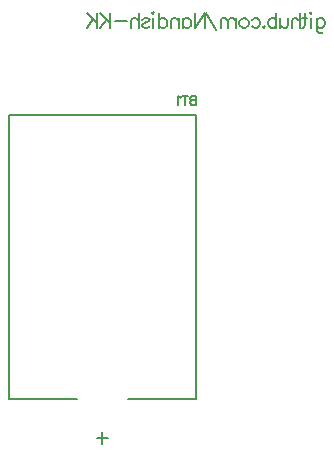
<source format=gbr>
%TF.GenerationSoftware,Altium Limited,Altium Designer Develop,26.0.0 (27)*%
G04 Layer_Color=32896*
%FSLAX45Y45*%
%MOMM*%
%TF.SameCoordinates,D5E2BA32-6F81-40A5-AA13-F30F529DFF44*%
%TF.FilePolarity,Positive*%
%TF.FileFunction,Legend,Bot*%
%TF.Part,Single*%
G01*
G75*
%TA.AperFunction,NonConductor*%
%ADD65C,0.20000*%
%ADD66C,0.16000*%
D65*
X2540000Y754300D02*
Y854300D01*
X2490000Y804300D02*
X2590000D01*
X3330000Y1137300D02*
Y3536300D01*
X1750000Y1137300D02*
X2322500D01*
X2757500D02*
X3330000D01*
X1750000D02*
Y3536300D01*
X3330000D01*
X4353587Y4361373D02*
Y4266156D01*
X4359538Y4248302D01*
X4365489Y4242351D01*
X4377391Y4236400D01*
X4395244D01*
X4407147Y4242351D01*
X4353587Y4343520D02*
X4365489Y4355422D01*
X4377391Y4361373D01*
X4395244D01*
X4407147Y4355422D01*
X4419049Y4343520D01*
X4425000Y4325666D01*
Y4313764D01*
X4419049Y4295911D01*
X4407147Y4284009D01*
X4395244Y4278058D01*
X4377391D01*
X4365489Y4284009D01*
X4353587Y4295911D01*
X4308358Y4403031D02*
X4302407Y4397080D01*
X4296456Y4403031D01*
X4302407Y4408982D01*
X4308358Y4403031D01*
X4302407Y4361373D02*
Y4278058D01*
X4256584Y4403031D02*
Y4301862D01*
X4250633Y4284009D01*
X4238730Y4278058D01*
X4226828D01*
X4274437Y4361373D02*
X4232779D01*
X4208975Y4403031D02*
Y4278058D01*
Y4337569D02*
X4191121Y4355422D01*
X4179219Y4361373D01*
X4161366D01*
X4149464Y4355422D01*
X4143513Y4337569D01*
Y4278058D01*
X4110781Y4361373D02*
Y4301862D01*
X4104830Y4284009D01*
X4092928Y4278058D01*
X4075075D01*
X4063173Y4284009D01*
X4045319Y4301862D01*
Y4361373D02*
Y4278058D01*
X4012588Y4403031D02*
Y4278058D01*
Y4343520D02*
X4000686Y4355422D01*
X3988784Y4361373D01*
X3970930D01*
X3959028Y4355422D01*
X3947126Y4343520D01*
X3941175Y4325666D01*
Y4313764D01*
X3947126Y4295911D01*
X3959028Y4284009D01*
X3970930Y4278058D01*
X3988784D01*
X4000686Y4284009D01*
X4012588Y4295911D01*
X3908444Y4289960D02*
X3914395Y4284009D01*
X3908444Y4278058D01*
X3902493Y4284009D01*
X3908444Y4289960D01*
X3803704Y4343520D02*
X3815606Y4355422D01*
X3827509Y4361373D01*
X3845362D01*
X3857264Y4355422D01*
X3869166Y4343520D01*
X3875117Y4325666D01*
Y4313764D01*
X3869166Y4295911D01*
X3857264Y4284009D01*
X3845362Y4278058D01*
X3827509D01*
X3815606Y4284009D01*
X3803704Y4295911D01*
X3747169Y4361373D02*
X3759071Y4355422D01*
X3770973Y4343520D01*
X3776924Y4325666D01*
Y4313764D01*
X3770973Y4295911D01*
X3759071Y4284009D01*
X3747169Y4278058D01*
X3729315D01*
X3717413Y4284009D01*
X3705511Y4295911D01*
X3699560Y4313764D01*
Y4325666D01*
X3705511Y4343520D01*
X3717413Y4355422D01*
X3729315Y4361373D01*
X3747169D01*
X3672185D02*
Y4278058D01*
Y4337569D02*
X3654331Y4355422D01*
X3642429Y4361373D01*
X3624576D01*
X3612673Y4355422D01*
X3606723Y4337569D01*
Y4278058D01*
Y4337569D02*
X3588869Y4355422D01*
X3576967Y4361373D01*
X3559114D01*
X3547211Y4355422D01*
X3541260Y4337569D01*
Y4278058D01*
X3501983Y4260204D02*
X3418668Y4403031D01*
X3410336D02*
Y4278058D01*
Y4403031D02*
X3327021Y4278058D01*
Y4403031D02*
Y4278058D01*
X3221091Y4361373D02*
Y4278058D01*
Y4343520D02*
X3232993Y4355422D01*
X3244895Y4361373D01*
X3262749D01*
X3274651Y4355422D01*
X3286553Y4343520D01*
X3292504Y4325666D01*
Y4313764D01*
X3286553Y4295911D01*
X3274651Y4284009D01*
X3262749Y4278058D01*
X3244895D01*
X3232993Y4284009D01*
X3221091Y4295911D01*
X3187765Y4361373D02*
Y4278058D01*
Y4337569D02*
X3169911Y4355422D01*
X3158009Y4361373D01*
X3140156D01*
X3128254Y4355422D01*
X3122303Y4337569D01*
Y4278058D01*
X3018158Y4403031D02*
Y4278058D01*
Y4343520D02*
X3030060Y4355422D01*
X3041963Y4361373D01*
X3059816D01*
X3071718Y4355422D01*
X3083620Y4343520D01*
X3089571Y4325666D01*
Y4313764D01*
X3083620Y4295911D01*
X3071718Y4284009D01*
X3059816Y4278058D01*
X3041963D01*
X3030060Y4284009D01*
X3018158Y4295911D01*
X2972930Y4403031D02*
X2966979Y4397080D01*
X2961028Y4403031D01*
X2966979Y4408982D01*
X2972930Y4403031D01*
X2966979Y4361373D02*
Y4278058D01*
X2873546Y4343520D02*
X2879497Y4355422D01*
X2897351Y4361373D01*
X2915204D01*
X2933057Y4355422D01*
X2939008Y4343520D01*
X2933057Y4331618D01*
X2921155Y4325666D01*
X2891400Y4319716D01*
X2879497Y4313764D01*
X2873546Y4301862D01*
Y4295911D01*
X2879497Y4284009D01*
X2897351Y4278058D01*
X2915204D01*
X2933057Y4284009D01*
X2939008Y4295911D01*
X2847361Y4403031D02*
Y4278058D01*
Y4337569D02*
X2829508Y4355422D01*
X2817606Y4361373D01*
X2799753D01*
X2787850Y4355422D01*
X2781899Y4337569D01*
Y4278058D01*
X2749168Y4331618D02*
X2642048D01*
X2605151Y4403031D02*
Y4278058D01*
X2521836Y4403031D02*
X2605151Y4319716D01*
X2575396Y4349471D02*
X2521836Y4278058D01*
X2493865Y4403031D02*
Y4278058D01*
X2410550Y4403031D02*
X2493865Y4319716D01*
X2464110Y4349471D02*
X2410550Y4278058D01*
D66*
X3335020Y3702023D02*
Y3622040D01*
Y3702023D02*
X3300742D01*
X3289315Y3698214D01*
X3285507Y3694406D01*
X3281698Y3686788D01*
Y3679171D01*
X3285507Y3671553D01*
X3289315Y3667745D01*
X3300742Y3663936D01*
X3335020D02*
X3300742D01*
X3289315Y3660127D01*
X3285507Y3656318D01*
X3281698Y3648701D01*
Y3637275D01*
X3285507Y3629657D01*
X3289315Y3625849D01*
X3300742Y3622040D01*
X3335020D01*
X3237136Y3702023D02*
Y3622040D01*
X3263797Y3702023D02*
X3210475D01*
X3200953Y3686788D02*
X3193336Y3690597D01*
X3181910Y3702023D01*
Y3622040D01*
%TF.MD5,5d932ba254241a28086febfce06ab07a*%
M02*

</source>
